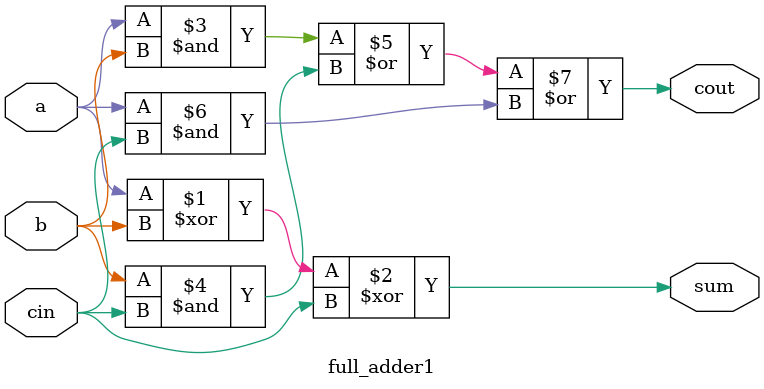
<source format=v>
`timescale 1ns / 1ps

module pc_generation(pc_in,pc_out,pc1,pc2,JLR,clock);

input [31:0]JLR,pc_in;
//input [31:0]pc_in;
input [1:0]pc1;
input pc2;
output reg [31:0]pc_out;
wire [31:0]imm_b,imm_j;

input clock;
wire comp;
wire [31:0]JLR;
wire [31:0] pc_B;
reg [31:0]pc_A;

always@(posedge clock)
begin

case(pc1)

2'd0:
pc_A = 32'd4;

2'd1:  
pc_A = imm_j;

2'd2: 
if(comp)
pc_A = imm_b;
else
pc_A = 32'd4;

2'd3: 
pc_A = 32'h0;

default : pc_A = 32'hz;
endcase

end

adder32 X1(1'b0,pc_in,pc_A,pc_B,carryout); 


always @(posedge clock)
begin
pc_out = pc2 ? JLR:pc_B ;

end

endmodule


module adder32(carryin,x,y,sub_add,carryout);

parameter n = 32;

output [n-1:0]sub_add;
output carryout;
input [n-1:0]x,y;
input carryin;
 
 wire [n-1:0]temp_sub_add;

 wire [n:0]w;
 genvar i;
 assign w[0] = carryin;
 generate
 for (i=0; i<n; i=i+1 )
 
 begin: nbit_adder
full_adder1 fa(w[i],x[i],y[i],temp_sub_add[i],w[i+1]);
end
endgenerate
assign carryout = w[n];
assign sub_add = {carryout,temp_sub_add};

endmodule


module full_adder1 (cin,a,b,sum,cout);

output sum,cout;
input a,b,cin;

assign sum = a^b^cin;
assign cout = (a&b)|(b&cin)|(a&cin);

endmodule

</source>
